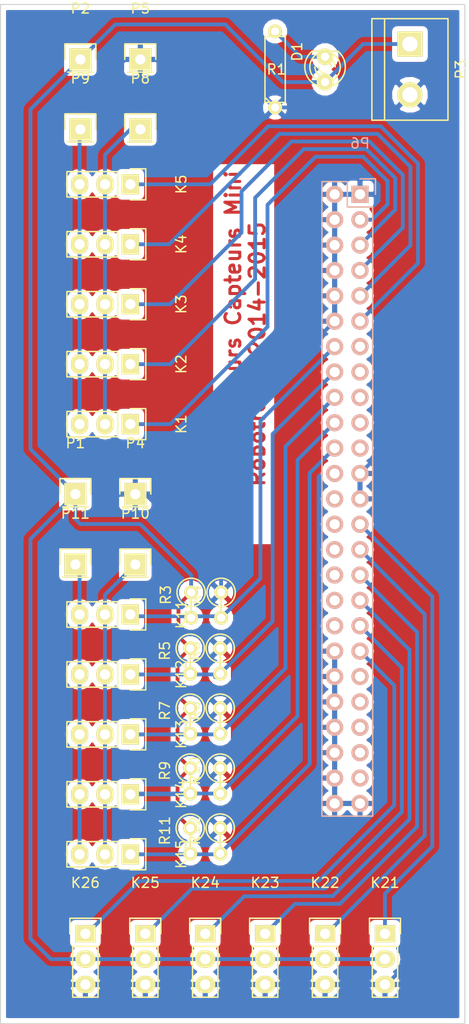
<source format=kicad_pcb>
(kicad_pcb (version 4) (host pcbnew "(2015-03-14 BZR 5512)-product")
  (layers (0 F.Cu signal) (31 B.Cu signal) (34 B.Paste user) (35 F.Paste user) (36 B.SilkS user) (37 F.SilkS user) (38 B.Mask user) (39 F.Mask user) (44 Edge.Cuts user))
  (net 0 "")
  (net 1 "Net-(D1-Pad2)")
  (net 2 ADC1)
  (net 3 PWR_ADC_1)
  (net 4 PWR_ADC_2)
  (net 5 ADC2)
  (net 6 ADC3)
  (net 7 ADC4)
  (net 8 ADC5)
  (net 9 ADC6)
  (net 10 ADC7)
  (net 11 ADC8)
  (net 12 ADC9)
  (net 13 ADC10)
  (net 14 IO1)
  (net 15 PWR_IO_1)
  (net 16 PWR_IO_2)
  (net 17 IO2)
  (net 18 IO3)
  (net 19 IO4)
  (net 20 IO5)
  (net 21 IO6)
  (net 22 IO7)
  (net 23 IO8)
  (net 24 IO9)
  (net 25 IO10)
  (net 26 PWM1)
  (net 27 PWM2)
  (net 28 PWM3)
  (net 29 PWM4)
  (net 30 PWM5)
  (net 31 PWM6)
  (net 32 PWM7)
  (net 33 PWM8)
  (net 34 PWM9)
  (net 35 IO11)
  (net 36 IO12)
  (net 37 PWM10)
  (net 38 PWM11)
  (net 39 PWR_ADC_3)
  (net 40 PWR_IO_4)
  (module LEDs:LED-3MM (layer F.Cu) (at 182.5 46 90)
    (fp_text reference D1 (at 1.778 -2.794 90) (layer F.SilkS))
    (fp_text value LED)
    (pad 1 thru_hole circle (at -1.27 0 90) (size 1.6764 1.6764) (drill 0.8128) (layers *.Cu *.Mask F.SilkS) (net 39 PWR_ADC_3))
    (pad 2 thru_hole circle (at 1.27 0 90) (size 1.6764 1.6764) (drill 0.8128) (layers *.Cu *.Mask F.SilkS) (net 1 "Net-(D1-Pad2)"))
  )
  (module Pin_Headers:Pin_Header_Straight_1x03 (layer F.Cu) (at 163 81.5 270)
    (fp_text reference K1 (at 0 -5.1 270) (layer F.SilkS))
    (fp_text value CONN_3)
    (pad 1 thru_hole rect (at 0 0 270) (size 2.032 1.7272) (drill 1.016) (layers *.Cu *.Mask F.SilkS) (net 2 ADC1))
    (pad 2 thru_hole oval (at 0 2.54 270) (size 2.032 1.7272) (drill 1.016) (layers *.Cu *.Mask F.SilkS) (net 3 PWR_ADC_1))
    (pad 3 thru_hole oval (at 0 5.08 270) (size 2.032 1.7272) (drill 1.016) (layers *.Cu *.Mask F.SilkS) (net 4 PWR_ADC_2))
  )
  (module Pin_Headers:Pin_Header_Straight_1x03 (layer F.Cu) (at 163 75.5 270)
    (fp_text reference K2 (at 0 -5.1 270) (layer F.SilkS))
    (fp_text value CONN_3)
    (pad 1 thru_hole rect (at 0 0 270) (size 2.032 1.7272) (drill 1.016) (layers *.Cu *.Mask F.SilkS) (net 5 ADC2))
    (pad 2 thru_hole oval (at 0 2.54 270) (size 2.032 1.7272) (drill 1.016) (layers *.Cu *.Mask F.SilkS) (net 3 PWR_ADC_1))
    (pad 3 thru_hole oval (at 0 5.08 270) (size 2.032 1.7272) (drill 1.016) (layers *.Cu *.Mask F.SilkS) (net 4 PWR_ADC_2))
  )
  (module Pin_Headers:Pin_Header_Straight_1x03 (layer F.Cu) (at 163 69.5 270)
    (fp_text reference K3 (at 0 -5.1 270) (layer F.SilkS))
    (fp_text value CONN_3)
    (pad 1 thru_hole rect (at 0 0 270) (size 2.032 1.7272) (drill 1.016) (layers *.Cu *.Mask F.SilkS) (net 6 ADC3))
    (pad 2 thru_hole oval (at 0 2.54 270) (size 2.032 1.7272) (drill 1.016) (layers *.Cu *.Mask F.SilkS) (net 3 PWR_ADC_1))
    (pad 3 thru_hole oval (at 0 5.08 270) (size 2.032 1.7272) (drill 1.016) (layers *.Cu *.Mask F.SilkS) (net 4 PWR_ADC_2))
  )
  (module Pin_Headers:Pin_Header_Straight_1x03 (layer F.Cu) (at 163 63.5 270)
    (fp_text reference K4 (at 0 -5.1 270) (layer F.SilkS))
    (fp_text value CONN_3)
    (pad 1 thru_hole rect (at 0 0 270) (size 2.032 1.7272) (drill 1.016) (layers *.Cu *.Mask F.SilkS) (net 7 ADC4))
    (pad 2 thru_hole oval (at 0 2.54 270) (size 2.032 1.7272) (drill 1.016) (layers *.Cu *.Mask F.SilkS) (net 3 PWR_ADC_1))
    (pad 3 thru_hole oval (at 0 5.08 270) (size 2.032 1.7272) (drill 1.016) (layers *.Cu *.Mask F.SilkS) (net 4 PWR_ADC_2))
  )
  (module Pin_Headers:Pin_Header_Straight_1x03 (layer F.Cu) (at 163 57.5 270)
    (fp_text reference K5 (at 0 -5.1 270) (layer F.SilkS))
    (fp_text value CONN_3)
    (pad 1 thru_hole rect (at 0 0 270) (size 2.032 1.7272) (drill 1.016) (layers *.Cu *.Mask F.SilkS) (net 8 ADC5))
    (pad 2 thru_hole oval (at 0 2.54 270) (size 2.032 1.7272) (drill 1.016) (layers *.Cu *.Mask F.SilkS) (net 3 PWR_ADC_1))
    (pad 3 thru_hole oval (at 0 5.08 270) (size 2.032 1.7272) (drill 1.016) (layers *.Cu *.Mask F.SilkS) (net 4 PWR_ADC_2))
  )
  (module Pin_Headers:Pin_Header_Straight_1x03 (layer F.Cu) (at 163 100.55 270)
    (fp_text reference K11 (at 0 -5.1 270) (layer F.SilkS))
    (fp_text value CONN_3)
    (pad 1 thru_hole rect (at 0 0 270) (size 2.032 1.7272) (drill 1.016) (layers *.Cu *.Mask F.SilkS) (net 14 IO1))
    (pad 2 thru_hole oval (at 0 2.54 270) (size 2.032 1.7272) (drill 1.016) (layers *.Cu *.Mask F.SilkS) (net 15 PWR_IO_1))
    (pad 3 thru_hole oval (at 0 5.08 270) (size 2.032 1.7272) (drill 1.016) (layers *.Cu *.Mask F.SilkS) (net 16 PWR_IO_2))
  )
  (module Pin_Headers:Pin_Header_Straight_1x03 (layer F.Cu) (at 163 106.55 270)
    (fp_text reference K12 (at 0 -5.1 270) (layer F.SilkS))
    (fp_text value CONN_3)
    (pad 1 thru_hole rect (at 0 0 270) (size 2.032 1.7272) (drill 1.016) (layers *.Cu *.Mask F.SilkS) (net 17 IO2))
    (pad 2 thru_hole oval (at 0 2.54 270) (size 2.032 1.7272) (drill 1.016) (layers *.Cu *.Mask F.SilkS) (net 15 PWR_IO_1))
    (pad 3 thru_hole oval (at 0 5.08 270) (size 2.032 1.7272) (drill 1.016) (layers *.Cu *.Mask F.SilkS) (net 16 PWR_IO_2))
  )
  (module Pin_Headers:Pin_Header_Straight_1x03 (layer F.Cu) (at 163 112.55 270)
    (fp_text reference K13 (at 0 -5.1 270) (layer F.SilkS))
    (fp_text value CONN_3)
    (pad 1 thru_hole rect (at 0 0 270) (size 2.032 1.7272) (drill 1.016) (layers *.Cu *.Mask F.SilkS) (net 18 IO3))
    (pad 2 thru_hole oval (at 0 2.54 270) (size 2.032 1.7272) (drill 1.016) (layers *.Cu *.Mask F.SilkS) (net 15 PWR_IO_1))
    (pad 3 thru_hole oval (at 0 5.08 270) (size 2.032 1.7272) (drill 1.016) (layers *.Cu *.Mask F.SilkS) (net 16 PWR_IO_2))
  )
  (module Pin_Headers:Pin_Header_Straight_1x03 (layer F.Cu) (at 163 118.55 270)
    (fp_text reference K14 (at 0 -5.1 270) (layer F.SilkS))
    (fp_text value CONN_3)
    (pad 1 thru_hole rect (at 0 0 270) (size 2.032 1.7272) (drill 1.016) (layers *.Cu *.Mask F.SilkS) (net 19 IO4))
    (pad 2 thru_hole oval (at 0 2.54 270) (size 2.032 1.7272) (drill 1.016) (layers *.Cu *.Mask F.SilkS) (net 15 PWR_IO_1))
    (pad 3 thru_hole oval (at 0 5.08 270) (size 2.032 1.7272) (drill 1.016) (layers *.Cu *.Mask F.SilkS) (net 16 PWR_IO_2))
  )
  (module Pin_Headers:Pin_Header_Straight_1x03 (layer F.Cu) (at 163 124.55 270)
    (fp_text reference K15 (at 0 -5.1 270) (layer F.SilkS))
    (fp_text value CONN_3)
    (pad 1 thru_hole rect (at 0 0 270) (size 2.032 1.7272) (drill 1.016) (layers *.Cu *.Mask F.SilkS) (net 20 IO5))
    (pad 2 thru_hole oval (at 0 2.54 270) (size 2.032 1.7272) (drill 1.016) (layers *.Cu *.Mask F.SilkS) (net 15 PWR_IO_1))
    (pad 3 thru_hole oval (at 0 5.08 270) (size 2.032 1.7272) (drill 1.016) (layers *.Cu *.Mask F.SilkS) (net 16 PWR_IO_2))
  )
  (module Pin_Headers:Pin_Header_Straight_1x03 (layer F.Cu) (at 188.5 132.5)
    (fp_text reference K21 (at 0 -5.1) (layer F.SilkS))
    (fp_text value CONN_3)
    (pad 1 thru_hole rect (at 0 0) (size 2.032 1.7272) (drill 1.016) (layers *.Cu *.Mask F.SilkS) (net 26 PWM1))
    (pad 2 thru_hole oval (at 0 2.54) (size 2.032 1.7272) (drill 1.016) (layers *.Cu *.Mask F.SilkS) (net 39 PWR_ADC_3))
    (pad 3 thru_hole oval (at 0 5.08) (size 2.032 1.7272) (drill 1.016) (layers *.Cu *.Mask F.SilkS) (net 40 PWR_IO_4))
  )
  (module Pin_Headers:Pin_Header_Straight_1x03 (layer F.Cu) (at 182.5 132.5)
    (fp_text reference K22 (at 0 -5.1) (layer F.SilkS))
    (fp_text value CONN_3)
    (pad 1 thru_hole rect (at 0 0) (size 2.032 1.7272) (drill 1.016) (layers *.Cu *.Mask F.SilkS) (net 27 PWM2))
    (pad 2 thru_hole oval (at 0 2.54) (size 2.032 1.7272) (drill 1.016) (layers *.Cu *.Mask F.SilkS) (net 39 PWR_ADC_3))
    (pad 3 thru_hole oval (at 0 5.08) (size 2.032 1.7272) (drill 1.016) (layers *.Cu *.Mask F.SilkS) (net 40 PWR_IO_4))
  )
  (module Pin_Headers:Pin_Header_Straight_1x03 (layer F.Cu) (at 176.5 132.5)
    (fp_text reference K23 (at 0 -5.1) (layer F.SilkS))
    (fp_text value CONN_3)
    (pad 1 thru_hole rect (at 0 0) (size 2.032 1.7272) (drill 1.016) (layers *.Cu *.Mask F.SilkS) (net 28 PWM3))
    (pad 2 thru_hole oval (at 0 2.54) (size 2.032 1.7272) (drill 1.016) (layers *.Cu *.Mask F.SilkS) (net 39 PWR_ADC_3))
    (pad 3 thru_hole oval (at 0 5.08) (size 2.032 1.7272) (drill 1.016) (layers *.Cu *.Mask F.SilkS) (net 40 PWR_IO_4))
  )
  (module Pin_Headers:Pin_Header_Straight_1x03 (layer F.Cu) (at 170.5 132.5)
    (fp_text reference K24 (at 0 -5.1) (layer F.SilkS))
    (fp_text value CONN_3)
    (pad 1 thru_hole rect (at 0 0) (size 2.032 1.7272) (drill 1.016) (layers *.Cu *.Mask F.SilkS) (net 29 PWM4))
    (pad 2 thru_hole oval (at 0 2.54) (size 2.032 1.7272) (drill 1.016) (layers *.Cu *.Mask F.SilkS) (net 39 PWR_ADC_3))
    (pad 3 thru_hole oval (at 0 5.08) (size 2.032 1.7272) (drill 1.016) (layers *.Cu *.Mask F.SilkS) (net 40 PWR_IO_4))
  )
  (module Pin_Headers:Pin_Header_Straight_1x03 (layer F.Cu) (at 164.5 132.5)
    (fp_text reference K25 (at 0 -5.1) (layer F.SilkS))
    (fp_text value CONN_3)
    (pad 1 thru_hole rect (at 0 0) (size 2.032 1.7272) (drill 1.016) (layers *.Cu *.Mask F.SilkS) (net 30 PWM5))
    (pad 2 thru_hole oval (at 0 2.54) (size 2.032 1.7272) (drill 1.016) (layers *.Cu *.Mask F.SilkS) (net 39 PWR_ADC_3))
    (pad 3 thru_hole oval (at 0 5.08) (size 2.032 1.7272) (drill 1.016) (layers *.Cu *.Mask F.SilkS) (net 40 PWR_IO_4))
  )
  (module Pin_Headers:Pin_Header_Straight_1x03 (layer F.Cu) (at 158.5 132.5)
    (fp_text reference K26 (at 0 -5.1) (layer F.SilkS))
    (fp_text value CONN_3)
    (pad 1 thru_hole rect (at 0 0) (size 2.032 1.7272) (drill 1.016) (layers *.Cu *.Mask F.SilkS) (net 31 PWM6))
    (pad 2 thru_hole oval (at 0 2.54) (size 2.032 1.7272) (drill 1.016) (layers *.Cu *.Mask F.SilkS) (net 39 PWR_ADC_3))
    (pad 3 thru_hole oval (at 0 5.08) (size 2.032 1.7272) (drill 1.016) (layers *.Cu *.Mask F.SilkS) (net 40 PWR_IO_4))
  )
  (module Pin_Headers:Pin_Header_Straight_1x01 (layer F.Cu) (at 157.5 88.5)
    (fp_text reference P1 (at 0 -5.1) (layer F.SilkS))
    (fp_text value CONN_1)
    (pad 1 thru_hole rect (at 0 0) (size 2.2352 2.2352) (drill 1.016) (layers *.Cu *.Mask F.SilkS) (net 39 PWR_ADC_3))
  )
  (module Pin_Headers:Pin_Header_Straight_1x01 (layer F.Cu) (at 158 45)
    (fp_text reference P2 (at 0 -5.1) (layer F.SilkS))
    (fp_text value CONN_1)
    (pad 1 thru_hole rect (at 0 0) (size 2.2352 2.2352) (drill 1.016) (layers *.Cu *.Mask F.SilkS) (net 39 PWR_ADC_3))
  )
  (module Connect:bornier2 (layer F.Cu) (at 191 46 270)
    (fp_text reference P3 (at 0 -5.08 270) (layer F.SilkS))
    (fp_text value CONN_2)
    (pad 1 thru_hole rect (at -2.54 0 270) (size 2.54 2.54) (drill 1.524) (layers *.Cu *.Mask F.SilkS) (net 39 PWR_ADC_3))
    (pad 2 thru_hole circle (at 2.54 0 270) (size 2.54 2.54) (drill 1.524) (layers *.Cu *.Mask F.SilkS) (net 40 PWR_IO_4))
  )
  (module Pin_Headers:Pin_Header_Straight_1x01 (layer F.Cu) (at 163.5 88.5)
    (fp_text reference P4 (at 0 -5.1) (layer F.SilkS))
    (fp_text value CONN_1)
    (pad 1 thru_hole rect (at 0 0) (size 2.2352 2.2352) (drill 1.016) (layers *.Cu *.Mask F.SilkS) (net 40 PWR_IO_4))
  )
  (module Pin_Headers:Pin_Header_Straight_1x01 (layer F.Cu) (at 164 45)
    (fp_text reference P5 (at 0 -5.1) (layer F.SilkS))
    (fp_text value CONN_1)
    (pad 1 thru_hole rect (at 0 0) (size 2.2352 2.2352) (drill 1.016) (layers *.Cu *.Mask F.SilkS) (net 40 PWR_IO_4))
  )
  (module Pin_Headers:Pin_Header_Straight_2x25 (layer B.Cu) (at 186 58.5 180)
    (fp_text reference P6 (at 0 5.1 180) (layer B.SilkS) (effects (justify mirror)))
    (fp_text value CONN_25X2)
    (pad 1 thru_hole rect (at 0 0 180) (size 1.7272 1.7272) (drill 1.016) (layers *.Cu *.Mask B.SilkS) (net 40 PWR_IO_4))
    (pad 2 thru_hole oval (at 2.54 0 180) (size 1.7272 1.7272) (drill 1.016) (layers *.Cu *.Mask B.SilkS) (net 40 PWR_IO_4))
    (pad 3 thru_hole oval (at 0 -2.54 180) (size 1.7272 1.7272) (drill 1.016) (layers *.Cu *.Mask B.SilkS) (net 2 ADC1))
    (pad 4 thru_hole oval (at 2.54 -2.54 180) (size 1.7272 1.7272) (drill 1.016) (layers *.Cu *.Mask B.SilkS) (net 40 PWR_IO_4))
    (pad 5 thru_hole oval (at 0 -5.08 180) (size 1.7272 1.7272) (drill 1.016) (layers *.Cu *.Mask B.SilkS) (net 5 ADC2))
    (pad 6 thru_hole oval (at 2.54 -5.08 180) (size 1.7272 1.7272) (drill 1.016) (layers *.Cu *.Mask B.SilkS) (net 40 PWR_IO_4))
    (pad 7 thru_hole oval (at 0 -7.62 180) (size 1.7272 1.7272) (drill 1.016) (layers *.Cu *.Mask B.SilkS) (net 6 ADC3))
    (pad 8 thru_hole oval (at 2.54 -7.62 180) (size 1.7272 1.7272) (drill 1.016) (layers *.Cu *.Mask B.SilkS) (net 40 PWR_IO_4))
    (pad 9 thru_hole oval (at 0 -10.16 180) (size 1.7272 1.7272) (drill 1.016) (layers *.Cu *.Mask B.SilkS) (net 7 ADC4))
    (pad 10 thru_hole oval (at 2.54 -10.16 180) (size 1.7272 1.7272) (drill 1.016) (layers *.Cu *.Mask B.SilkS) (net 40 PWR_IO_4))
    (pad 11 thru_hole oval (at 0 -12.7 180) (size 1.7272 1.7272) (drill 1.016) (layers *.Cu *.Mask B.SilkS) (net 8 ADC5))
    (pad 12 thru_hole oval (at 2.54 -12.7 180) (size 1.7272 1.7272) (drill 1.016) (layers *.Cu *.Mask B.SilkS) (net 40 PWR_IO_4))
    (pad 13 thru_hole oval (at 0 -15.24 180) (size 1.7272 1.7272) (drill 1.016) (layers *.Cu *.Mask B.SilkS) (net 9 ADC6))
    (pad 14 thru_hole oval (at 2.54 -15.24 180) (size 1.7272 1.7272) (drill 1.016) (layers *.Cu *.Mask B.SilkS) (net 14 IO1))
    (pad 15 thru_hole oval (at 0 -17.78 180) (size 1.7272 1.7272) (drill 1.016) (layers *.Cu *.Mask B.SilkS) (net 10 ADC7))
    (pad 16 thru_hole oval (at 2.54 -17.78 180) (size 1.7272 1.7272) (drill 1.016) (layers *.Cu *.Mask B.SilkS) (net 17 IO2))
    (pad 17 thru_hole oval (at 0 -20.32 180) (size 1.7272 1.7272) (drill 1.016) (layers *.Cu *.Mask B.SilkS) (net 11 ADC8))
    (pad 18 thru_hole oval (at 2.54 -20.32 180) (size 1.7272 1.7272) (drill 1.016) (layers *.Cu *.Mask B.SilkS) (net 18 IO3))
    (pad 19 thru_hole oval (at 0 -22.86 180) (size 1.7272 1.7272) (drill 1.016) (layers *.Cu *.Mask B.SilkS) (net 12 ADC9))
    (pad 20 thru_hole oval (at 2.54 -22.86 180) (size 1.7272 1.7272) (drill 1.016) (layers *.Cu *.Mask B.SilkS) (net 19 IO4))
    (pad 21 thru_hole oval (at 0 -25.4 180) (size 1.7272 1.7272) (drill 1.016) (layers *.Cu *.Mask B.SilkS) (net 13 ADC10))
    (pad 22 thru_hole oval (at 2.54 -25.4 180) (size 1.7272 1.7272) (drill 1.016) (layers *.Cu *.Mask B.SilkS) (net 20 IO5))
    (pad 23 thru_hole oval (at 0 -27.94 180) (size 1.7272 1.7272) (drill 1.016) (layers *.Cu *.Mask B.SilkS) (net 40 PWR_IO_4))
    (pad 24 thru_hole oval (at 2.54 -27.94 180) (size 1.7272 1.7272) (drill 1.016) (layers *.Cu *.Mask B.SilkS) (net 21 IO6))
    (pad 25 thru_hole oval (at 0 -30.48 180) (size 1.7272 1.7272) (drill 1.016) (layers *.Cu *.Mask B.SilkS) (net 40 PWR_IO_4))
    (pad 26 thru_hole oval (at 2.54 -30.48 180) (size 1.7272 1.7272) (drill 1.016) (layers *.Cu *.Mask B.SilkS) (net 22 IO7))
    (pad 27 thru_hole oval (at 0 -33.02 180) (size 1.7272 1.7272) (drill 1.016) (layers *.Cu *.Mask B.SilkS) (net 26 PWM1))
    (pad 28 thru_hole oval (at 2.54 -33.02 180) (size 1.7272 1.7272) (drill 1.016) (layers *.Cu *.Mask B.SilkS) (net 23 IO8))
    (pad 29 thru_hole oval (at 0 -35.56 180) (size 1.7272 1.7272) (drill 1.016) (layers *.Cu *.Mask B.SilkS) (net 27 PWM2))
    (pad 30 thru_hole oval (at 2.54 -35.56 180) (size 1.7272 1.7272) (drill 1.016) (layers *.Cu *.Mask B.SilkS) (net 24 IO9))
    (pad 31 thru_hole oval (at 0 -38.1 180) (size 1.7272 1.7272) (drill 1.016) (layers *.Cu *.Mask B.SilkS) (net 28 PWM3))
    (pad 32 thru_hole oval (at 2.54 -38.1 180) (size 1.7272 1.7272) (drill 1.016) (layers *.Cu *.Mask B.SilkS) (net 25 IO10))
    (pad 33 thru_hole oval (at 0 -40.64 180) (size 1.7272 1.7272) (drill 1.016) (layers *.Cu *.Mask B.SilkS) (net 29 PWM4))
    (pad 34 thru_hole oval (at 2.54 -40.64 180) (size 1.7272 1.7272) (drill 1.016) (layers *.Cu *.Mask B.SilkS) (net 35 IO11))
    (pad 35 thru_hole oval (at 0 -43.18 180) (size 1.7272 1.7272) (drill 1.016) (layers *.Cu *.Mask B.SilkS) (net 30 PWM5))
    (pad 36 thru_hole oval (at 2.54 -43.18 180) (size 1.7272 1.7272) (drill 1.016) (layers *.Cu *.Mask B.SilkS) (net 36 IO12))
    (pad 37 thru_hole oval (at 0 -45.72 180) (size 1.7272 1.7272) (drill 1.016) (layers *.Cu *.Mask B.SilkS) (net 31 PWM6))
    (pad 38 thru_hole oval (at 2.54 -45.72 180) (size 1.7272 1.7272) (drill 1.016) (layers *.Cu *.Mask B.SilkS) (net 40 PWR_IO_4))
    (pad 39 thru_hole oval (at 0 -48.26 180) (size 1.7272 1.7272) (drill 1.016) (layers *.Cu *.Mask B.SilkS) (net 32 PWM7))
    (pad 40 thru_hole oval (at 2.54 -48.26 180) (size 1.7272 1.7272) (drill 1.016) (layers *.Cu *.Mask B.SilkS) (net 40 PWR_IO_4))
    (pad 41 thru_hole oval (at 0 -50.8 180) (size 1.7272 1.7272) (drill 1.016) (layers *.Cu *.Mask B.SilkS) (net 33 PWM8))
    (pad 42 thru_hole oval (at 2.54 -50.8 180) (size 1.7272 1.7272) (drill 1.016) (layers *.Cu *.Mask B.SilkS) (net 40 PWR_IO_4))
    (pad 43 thru_hole oval (at 0 -53.34 180) (size 1.7272 1.7272) (drill 1.016) (layers *.Cu *.Mask B.SilkS) (net 34 PWM9))
    (pad 44 thru_hole oval (at 2.54 -53.34 180) (size 1.7272 1.7272) (drill 1.016) (layers *.Cu *.Mask B.SilkS) (net 40 PWR_IO_4))
    (pad 45 thru_hole oval (at 0 -55.88 180) (size 1.7272 1.7272) (drill 1.016) (layers *.Cu *.Mask B.SilkS) (net 37 PWM10))
    (pad 46 thru_hole oval (at 2.54 -55.88 180) (size 1.7272 1.7272) (drill 1.016) (layers *.Cu *.Mask B.SilkS) (net 40 PWR_IO_4))
    (pad 47 thru_hole oval (at 0 -58.42 180) (size 1.7272 1.7272) (drill 1.016) (layers *.Cu *.Mask B.SilkS) (net 38 PWM11))
    (pad 48 thru_hole oval (at 2.54 -58.42 180) (size 1.7272 1.7272) (drill 1.016) (layers *.Cu *.Mask B.SilkS) (net 40 PWR_IO_4))
    (pad 49 thru_hole oval (at 0 -60.96 180) (size 1.7272 1.7272) (drill 1.016) (layers *.Cu *.Mask B.SilkS) (net 40 PWR_IO_4))
    (pad 50 thru_hole oval (at 2.54 -60.96 180) (size 1.7272 1.7272) (drill 1.016) (layers *.Cu *.Mask B.SilkS) (net 40 PWR_IO_4))
  )
  (module Pin_Headers:Pin_Header_Straight_1x01 (layer F.Cu) (at 164 52)
    (fp_text reference P8 (at 0 -5.1) (layer F.SilkS))
    (fp_text value CONN_1)
    (pad 1 thru_hole rect (at 0 0) (size 2.2352 2.2352) (drill 1.016) (layers *.Cu *.Mask F.SilkS) (net 3 PWR_ADC_1))
  )
  (module Pin_Headers:Pin_Header_Straight_1x01 (layer F.Cu) (at 163.5 95.55)
    (fp_text reference P10 (at 0 -5.1) (layer F.SilkS))
    (fp_text value CONN_1)
    (pad 1 thru_hole rect (at 0 0) (size 2.2352 2.2352) (drill 1.016) (layers *.Cu *.Mask F.SilkS) (net 15 PWR_IO_1))
  )
  (module Pin_Headers:Pin_Header_Straight_1x01 (layer F.Cu) (at 157.5 95.55)
    (fp_text reference P11 (at 0 -5.1) (layer F.SilkS))
    (fp_text value CONN_1)
    (pad 1 thru_hole rect (at 0 0) (size 2.2352 2.2352) (drill 1.016) (layers *.Cu *.Mask F.SilkS) (net 16 PWR_IO_2))
  )
  (module Discret:R1 (layer F.Cu) (at 169.09 99.61 270)
    (fp_text reference R3 (at -1.016 2.54 270) (layer F.SilkS))
    (fp_text value R)
    (pad 1 thru_hole circle (at -1.27 0 270) (size 1.397 1.397) (drill 0.8128) (layers *.Cu *.Mask F.SilkS) (net 39 PWR_ADC_3))
    (pad 2 thru_hole circle (at 1.27 0 270) (size 1.397 1.397) (drill 0.8128) (layers *.Cu *.Mask F.SilkS) (net 14 IO1))
  )
  (module Discret:R1 (layer F.Cu) (at 172.09 99.61 270)
    (fp_text reference R4 (at -1.016 2.54 270) (layer F.SilkS))
    (fp_text value R)
    (pad 1 thru_hole circle (at -1.27 0 270) (size 1.397 1.397) (drill 0.8128) (layers *.Cu *.Mask F.SilkS) (net 40 PWR_IO_4))
    (pad 2 thru_hole circle (at 1.27 0 270) (size 1.397 1.397) (drill 0.8128) (layers *.Cu *.Mask F.SilkS) (net 14 IO1))
  )
  (module Discret:R1 (layer F.Cu) (at 169 105.2 270)
    (fp_text reference R5 (at -1.016 2.54 270) (layer F.SilkS))
    (fp_text value R)
    (pad 1 thru_hole circle (at -1.27 0 270) (size 1.397 1.397) (drill 0.8128) (layers *.Cu *.Mask F.SilkS) (net 39 PWR_ADC_3))
    (pad 2 thru_hole circle (at 1.27 0 270) (size 1.397 1.397) (drill 0.8128) (layers *.Cu *.Mask F.SilkS) (net 17 IO2))
  )
  (module Discret:R1 (layer F.Cu) (at 172 105.2 270)
    (fp_text reference R6 (at -1.016 2.54 270) (layer F.SilkS))
    (fp_text value R)
    (pad 1 thru_hole circle (at -1.27 0 270) (size 1.397 1.397) (drill 0.8128) (layers *.Cu *.Mask F.SilkS) (net 40 PWR_IO_4))
    (pad 2 thru_hole circle (at 1.27 0 270) (size 1.397 1.397) (drill 0.8128) (layers *.Cu *.Mask F.SilkS) (net 17 IO2))
  )
  (module Discret:R1 (layer F.Cu) (at 169 111.2 270)
    (fp_text reference R7 (at -1.016 2.54 270) (layer F.SilkS))
    (fp_text value R)
    (pad 1 thru_hole circle (at -1.27 0 270) (size 1.397 1.397) (drill 0.8128) (layers *.Cu *.Mask F.SilkS) (net 39 PWR_ADC_3))
    (pad 2 thru_hole circle (at 1.27 0 270) (size 1.397 1.397) (drill 0.8128) (layers *.Cu *.Mask F.SilkS) (net 18 IO3))
  )
  (module Discret:R1 (layer F.Cu) (at 172 111.2 270)
    (fp_text reference R8 (at -1.016 2.54 270) (layer F.SilkS))
    (fp_text value R)
    (pad 1 thru_hole circle (at -1.27 0 270) (size 1.397 1.397) (drill 0.8128) (layers *.Cu *.Mask F.SilkS) (net 40 PWR_IO_4))
    (pad 2 thru_hole circle (at 1.27 0 270) (size 1.397 1.397) (drill 0.8128) (layers *.Cu *.Mask F.SilkS) (net 18 IO3))
  )
  (module Discret:R1 (layer F.Cu) (at 169 117.2 270)
    (fp_text reference R9 (at -1.016 2.54 270) (layer F.SilkS))
    (fp_text value R)
    (pad 1 thru_hole circle (at -1.27 0 270) (size 1.397 1.397) (drill 0.8128) (layers *.Cu *.Mask F.SilkS) (net 39 PWR_ADC_3))
    (pad 2 thru_hole circle (at 1.27 0 270) (size 1.397 1.397) (drill 0.8128) (layers *.Cu *.Mask F.SilkS) (net 19 IO4))
  )
  (module Discret:R1 (layer F.Cu) (at 172 117.2 270)
    (fp_text reference R10 (at -1.016 2.54 270) (layer F.SilkS))
    (fp_text value R)
    (pad 1 thru_hole circle (at -1.27 0 270) (size 1.397 1.397) (drill 0.8128) (layers *.Cu *.Mask F.SilkS) (net 40 PWR_IO_4))
    (pad 2 thru_hole circle (at 1.27 0 270) (size 1.397 1.397) (drill 0.8128) (layers *.Cu *.Mask F.SilkS) (net 19 IO4))
  )
  (module Discret:R1 (layer F.Cu) (at 169 123.2 270)
    (fp_text reference R11 (at -1.016 2.54 270) (layer F.SilkS))
    (fp_text value R)
    (pad 1 thru_hole circle (at -1.27 0 270) (size 1.397 1.397) (drill 0.8128) (layers *.Cu *.Mask F.SilkS) (net 39 PWR_ADC_3))
    (pad 2 thru_hole circle (at 1.27 0 270) (size 1.397 1.397) (drill 0.8128) (layers *.Cu *.Mask F.SilkS) (net 20 IO5))
  )
  (module Discret:R1 (layer F.Cu) (at 172 123.2 270)
    (fp_text reference R12 (at -1.016 2.54 270) (layer F.SilkS))
    (fp_text value R)
    (pad 1 thru_hole circle (at -1.27 0 270) (size 1.397 1.397) (drill 0.8128) (layers *.Cu *.Mask F.SilkS) (net 40 PWR_IO_4))
    (pad 2 thru_hole circle (at 1.27 0 270) (size 1.397 1.397) (drill 0.8128) (layers *.Cu *.Mask F.SilkS) (net 20 IO5))
  )
  (module Discret:R3 (layer F.Cu) (at 177.5 46 90)
    (fp_text reference R1 (at 0 0.127 180) (layer F.SilkS))
    (fp_text value R)
    (pad 1 thru_hole circle (at -3.81 0 90) (size 1.397 1.397) (drill 0.8128) (layers *.Cu *.Mask F.SilkS) (net 40 PWR_IO_4))
    (pad 2 thru_hole circle (at 3.81 0 90) (size 1.397 1.397) (drill 0.8128) (layers *.Cu *.Mask F.SilkS) (net 1 "Net-(D1-Pad2)"))
  )
  (module Pin_Headers:Pin_Header_Straight_1x01 (layer F.Cu) (at 158 52)
    (fp_text reference P9 (at 0 -5.1) (layer F.SilkS))
    (fp_text value CONN_1)
    (pad 1 thru_hole rect (at 0 0) (size 2.2352 2.2352) (drill 1.016) (layers *.Cu *.Mask F.SilkS) (net 4 PWR_ADC_2))
  )
  (gr_line (start 150 141.5) (end 196.5 141.5) (angle 90) (layer Edge.Cuts) (width 0.1))
  (gr_line (start 150 39.5) (end 150 141.5) (angle 90) (layer Edge.Cuts) (width 0.1))
  (gr_line (start 150 39.5) (end 196.5 39.5) (angle 90) (layer Edge.Cuts) (width 0.1))
  (gr_line (start 150.5 39.5) (end 150 39.5) (angle 90) (layer Edge.Cuts) (width 0.1))
  (gr_text "Carte Actionneurs Capteurs Mini\nRobotronik 2014-2015" (at 174.5 74.5 90) (layer F.Cu) (effects (font (size 1.5 1.5) (thickness 0.3))))
  (gr_line (start 196.5 39.5) (end 196.5 141.5) (angle 90) (layer Edge.Cuts) (width 0.1))
  (segment (start 180.04 44.73) (end 177.5 42.19) (width 0.381) (layer B.Cu) (net 1))
  (segment (start 182.5 44.73) (end 180.04 44.73) (width 0.381) (layer B.Cu) (net 1))
  (segment (start 186 61.04) (end 187.221314 61.04) (width 0.381) (layer B.Cu) (net 2))
  (segment (start 187.221314 61.04) (end 188.76201 59.499304) (width 0.381) (layer B.Cu) (net 2))
  (segment (start 188.76201 59.499304) (end 188.76201 57.184366) (width 0.381) (layer B.Cu) (net 2))
  (segment (start 188.76201 57.184366) (end 186.315634 54.73799) (width 0.381) (layer B.Cu) (net 2))
  (segment (start 186.315634 54.73799) (end 181.54619 54.73799) (width 0.381) (layer B.Cu) (net 2))
  (segment (start 181.54619 54.73799) (end 176.737992 59.546188) (width 0.381) (layer B.Cu) (net 2))
  (segment (start 176.737992 59.546188) (end 176.737992 71.762008) (width 0.381) (layer B.Cu) (net 2))
  (segment (start 167 81.5) (end 163 81.5) (width 0.381) (layer B.Cu) (net 2))
  (segment (start 176.737992 71.762008) (end 167 81.5) (width 0.381) (layer B.Cu) (net 2))
  (segment (start 160.46 57.5) (end 160.46 63.5) (width 0.381) (layer B.Cu) (net 3))
  (segment (start 164 52) (end 163 52) (width 0.381) (layer B.Cu) (net 3))
  (segment (start 163 52) (end 160.46 54.54) (width 0.381) (layer B.Cu) (net 3))
  (segment (start 160.46 54.54) (end 160.46 57.5) (width 0.381) (layer B.Cu) (net 3))
  (segment (start 160.46 74.5) (end 160.46 80.5) (width 0.381) (layer B.Cu) (net 3))
  (segment (start 160.46 68.5) (end 160.46 74.5) (width 0.381) (layer B.Cu) (net 3))
  (segment (start 160.46 62.5) (end 160.46 68.5) (width 0.381) (layer B.Cu) (net 3))
  (segment (start 157.92 57.5) (end 157.92 52.08) (width 0.381) (layer B.Cu) (net 4))
  (segment (start 157.92 52.08) (end 158 52) (width 0.381) (layer B.Cu) (net 4))
  (segment (start 157.92 63.5) (end 157.92 57.5) (width 0.381) (layer B.Cu) (net 4))
  (segment (start 157.92 68.5) (end 157.92 62.5) (width 0.381) (layer B.Cu) (net 4))
  (segment (start 157.92 74.5) (end 157.92 68.5) (width 0.381) (layer B.Cu) (net 4))
  (segment (start 157.92 80.5) (end 157.92 74.5) (width 0.381) (layer B.Cu) (net 4))
  (segment (start 163 75.5) (end 166.984702 75.5) (width 0.381) (layer B.Cu) (net 5))
  (segment (start 175.5 66.979142) (end 175.5 58.844712) (width 0.381) (layer B.Cu) (net 5))
  (segment (start 166.984702 75.5) (end 166.984702 75.49444) (width 0.381) (layer B.Cu) (net 5))
  (segment (start 166.984702 75.49444) (end 175.5 66.979142) (width 0.381) (layer B.Cu) (net 5))
  (segment (start 175.5 58.844712) (end 180.368732 53.97598) (width 0.381) (layer B.Cu) (net 5))
  (segment (start 180.368732 53.97598) (end 186.631268 53.97598) (width 0.381) (layer B.Cu) (net 5))
  (segment (start 186.631268 53.97598) (end 189.52402 56.868732) (width 0.381) (layer B.Cu) (net 5))
  (segment (start 189.52402 56.868732) (end 189.52402 60.05598) (width 0.381) (layer B.Cu) (net 5))
  (segment (start 189.52402 60.05598) (end 186 63.58) (width 0.381) (layer B.Cu) (net 5))
  (segment (start 163 69.5) (end 166.967861 69.5) (width 0.381) (layer B.Cu) (net 6))
  (segment (start 174.138172 62.326368) (end 174.138172 58.209428) (width 0.381) (layer B.Cu) (net 6))
  (segment (start 166.967861 69.5) (end 166.967861 69.496679) (width 0.381) (layer B.Cu) (net 6))
  (segment (start 166.967861 69.496679) (end 174.138172 62.326368) (width 0.381) (layer B.Cu) (net 6))
  (segment (start 190.28603 61.83397) (end 186.863599 65.256401) (width 0.381) (layer B.Cu) (net 6))
  (segment (start 174.138172 58.209428) (end 179.13363 53.21397) (width 0.381) (layer B.Cu) (net 6))
  (segment (start 179.13363 53.21397) (end 186.946902 53.21397) (width 0.381) (layer B.Cu) (net 6))
  (segment (start 186.946902 53.21397) (end 190.28603 56.553098) (width 0.381) (layer B.Cu) (net 6))
  (segment (start 190.28603 56.553098) (end 190.28603 61.83397) (width 0.381) (layer B.Cu) (net 6))
  (segment (start 186.863599 65.256401) (end 186 66.12) (width 0.381) (layer B.Cu) (net 6))
  (segment (start 166.878327 63.5) (end 164.2446 63.5) (width 0.381) (layer B.Cu) (net 7))
  (segment (start 186 68.66) (end 191.04804 63.61196) (width 0.381) (layer B.Cu) (net 7))
  (segment (start 191.04804 63.61196) (end 191.04804 55.737464) (width 0.381) (layer B.Cu) (net 7))
  (segment (start 191.04804 55.737464) (end 187.762536 52.45196) (width 0.381) (layer B.Cu) (net 7))
  (segment (start 187.762536 52.45196) (end 177.926367 52.45196) (width 0.381) (layer B.Cu) (net 7))
  (segment (start 177.926367 52.45196) (end 166.878327 63.5) (width 0.381) (layer B.Cu) (net 7))
  (segment (start 164.2446 63.5) (end 163 63.5) (width 0.381) (layer B.Cu) (net 7))
  (segment (start 163 57.5) (end 171 57.5) (width 0.381) (layer B.Cu) (net 8))
  (segment (start 191.81005 65.38995) (end 186 71.2) (width 0.381) (layer B.Cu) (net 8))
  (segment (start 171 57.5) (end 176.81005 51.68995) (width 0.381) (layer B.Cu) (net 8))
  (segment (start 176.81005 51.68995) (end 188.07817 51.68995) (width 0.381) (layer B.Cu) (net 8))
  (segment (start 188.07817 51.68995) (end 191.81005 55.42183) (width 0.381) (layer B.Cu) (net 8))
  (segment (start 191.81005 55.42183) (end 191.81005 65.38995) (width 0.381) (layer B.Cu) (net 8))
  (segment (start 172.09 100.88) (end 176.030524 96.939476) (width 0.381) (layer B.Cu) (net 14))
  (segment (start 177.870006 79.329994) (end 183.46 73.74) (width 0.381) (layer B.Cu) (net 14))
  (segment (start 176.030524 96.939476) (end 176.030524 81.169476) (width 0.381) (layer B.Cu) (net 14))
  (segment (start 176.030524 81.169476) (end 177.870006 79.329994) (width 0.381) (layer B.Cu) (net 14))
  (segment (start 168.82 100.96) (end 169.09 101.23) (width 0.381) (layer B.Cu) (net 14))
  (segment (start 169.09 100.73) (end 163.32 100.73) (width 0.381) (layer B.Cu) (net 14))
  (segment (start 163.23 100.32) (end 163 100.55) (width 0.381) (layer B.Cu) (net 14))
  (segment (start 172.09 100.73) (end 169.09 100.73) (width 0.381) (layer B.Cu) (net 14))
  (segment (start 160.46 100.55) (end 160.46 98.59) (width 0.381) (layer B.Cu) (net 15))
  (segment (start 160.46 98.59) (end 163.5 95.55) (width 0.381) (layer B.Cu) (net 15))
  (segment (start 160.46 100.55) (end 160.46 106.55) (width 0.381) (layer B.Cu) (net 15))
  (segment (start 160.46 112.55) (end 160.46 106.55) (width 0.381) (layer B.Cu) (net 15))
  (segment (start 160.46 118.55) (end 160.46 112.55) (width 0.381) (layer B.Cu) (net 15))
  (segment (start 160.46 124.55) (end 160.46 118.55) (width 0.381) (layer B.Cu) (net 15))
  (segment (start 157.92 100.55) (end 157.92 95.97) (width 0.381) (layer B.Cu) (net 16))
  (segment (start 157.92 95.97) (end 157.5 95.55) (width 0.381) (layer B.Cu) (net 16))
  (segment (start 157.92 106.55) (end 157.92 100.55) (width 0.381) (layer B.Cu) (net 16))
  (segment (start 157.92 118.55) (end 157.92 124.55) (width 0.381) (layer B.Cu) (net 16))
  (segment (start 157.92 112.55) (end 157.92 118.55) (width 0.381) (layer B.Cu) (net 16))
  (segment (start 157.92 106.55) (end 157.92 112.55) (width 0.381) (layer B.Cu) (net 16))
  (segment (start 172 106.47) (end 177.24972 101.22028) (width 0.381) (layer B.Cu) (net 17))
  (segment (start 177.24972 101.22028) (end 177.24972 82.49028) (width 0.381) (layer B.Cu) (net 17))
  (segment (start 177.24972 82.49028) (end 182.596401 77.143599) (width 0.381) (layer B.Cu) (net 17))
  (segment (start 182.596401 77.143599) (end 183.46 76.28) (width 0.381) (layer B.Cu) (net 17))
  (segment (start 163 106.55) (end 171.92 106.55) (width 0.381) (layer B.Cu) (net 17))
  (segment (start 171.92 106.55) (end 172 106.47) (width 0.381) (layer B.Cu) (net 17))
  (segment (start 163 106.55) (end 168.73 106.55) (width 0.381) (layer B.Cu) (net 17))
  (segment (start 171.492009 106.82) (end 172 106.82) (width 0.381) (layer B.Cu) (net 17))
  (segment (start 168.73 106.55) (end 169 106.82) (width 0.381) (layer B.Cu) (net 17))
  (segment (start 172 112.47) (end 178.5405 105.9295) (width 0.381) (layer B.Cu) (net 18))
  (segment (start 178.5405 83.7395) (end 182.596401 79.683599) (width 0.381) (layer B.Cu) (net 18))
  (segment (start 178.5405 105.9295) (end 178.5405 83.7395) (width 0.381) (layer B.Cu) (net 18))
  (segment (start 182.596401 79.683599) (end 183.46 78.82) (width 0.381) (layer B.Cu) (net 18))
  (segment (start 163 112.55) (end 171.92 112.55) (width 0.381) (layer B.Cu) (net 18))
  (segment (start 171.92 112.55) (end 172 112.47) (width 0.381) (layer B.Cu) (net 18))
  (segment (start 168.73 112.55) (end 169 112.82) (width 0.381) (layer B.Cu) (net 18))
  (segment (start 163 112.55) (end 168.73 112.55) (width 0.381) (layer B.Cu) (net 18))
  (segment (start 172 118.47) (end 179.747819 110.722181) (width 0.381) (layer B.Cu) (net 19))
  (segment (start 179.747819 110.722181) (end 179.747819 85.072181) (width 0.381) (layer B.Cu) (net 19))
  (segment (start 179.747819 85.072181) (end 182.596401 82.223599) (width 0.381) (layer B.Cu) (net 19))
  (segment (start 182.596401 82.223599) (end 183.46 81.36) (width 0.381) (layer B.Cu) (net 19))
  (segment (start 172 118.47) (end 163.08 118.47) (width 0.381) (layer B.Cu) (net 19))
  (segment (start 163.08 118.47) (end 163 118.55) (width 0.381) (layer B.Cu) (net 19))
  (segment (start 168.73 118.55) (end 169 118.82) (width 0.381) (layer B.Cu) (net 19))
  (segment (start 163 118.55) (end 168.73 118.55) (width 0.381) (layer B.Cu) (net 19))
  (segment (start 183.46 83.9) (end 180.961103 86.398897) (width 0.381) (layer B.Cu) (net 20))
  (segment (start 180.961103 86.398897) (end 180.961103 115.508897) (width 0.381) (layer B.Cu) (net 20))
  (segment (start 180.961103 115.508897) (end 180.040503 116.429497) (width 0.381) (layer B.Cu) (net 20))
  (segment (start 180.040503 116.429497) (end 172 124.47) (width 0.381) (layer B.Cu) (net 20))
  (segment (start 163 124.55) (end 171.92 124.55) (width 0.381) (layer B.Cu) (net 20))
  (segment (start 171.92 124.55) (end 172 124.47) (width 0.381) (layer B.Cu) (net 20))
  (segment (start 168.73 124.55) (end 169 124.82) (width 0.381) (layer B.Cu) (net 20))
  (segment (start 163 124.55) (end 168.73 124.55) (width 0.381) (layer B.Cu) (net 20))
  (segment (start 186 91.52) (end 193.23799 98.75799) (width 0.381) (layer B.Cu) (net 26))
  (segment (start 193.23799 98.75799) (end 193.23799 123.76201) (width 0.381) (layer B.Cu) (net 26))
  (segment (start 188.5 128.5) (end 188.5 131.2554) (width 0.381) (layer B.Cu) (net 26))
  (segment (start 193.23799 123.76201) (end 188.5 128.5) (width 0.381) (layer B.Cu) (net 26))
  (segment (start 188.5 131.2554) (end 188.5 132.5) (width 0.381) (layer B.Cu) (net 26))
  (segment (start 192.47598 100.53598) (end 192.47598 119.889192) (width 0.381) (layer B.Cu) (net 27))
  (segment (start 192.47598 122.67642) (end 192.47598 119.889192) (width 0.381) (layer B.Cu) (net 27))
  (segment (start 182.5 132.5) (end 182.6524 132.5) (width 0.381) (layer B.Cu) (net 27))
  (segment (start 182.6524 132.5) (end 192.47598 122.67642) (width 0.381) (layer B.Cu) (net 27))
  (segment (start 186 94.06) (end 192.47598 100.53598) (width 0.381) (layer B.Cu) (net 27))
  (segment (start 186 96.6) (end 191.71397 102.31397) (width 0.381) (layer B.Cu) (net 28))
  (segment (start 191.71397 102.31397) (end 191.71397 121.78603) (width 0.381) (layer B.Cu) (net 28))
  (segment (start 191.71397 121.78603) (end 183.98885 129.51115) (width 0.381) (layer B.Cu) (net 28))
  (segment (start 183.98885 129.51115) (end 181.755537 129.51115) (width 0.381) (layer B.Cu) (net 28))
  (segment (start 181.755537 129.51115) (end 179.51115 129.51115) (width 0.381) (layer B.Cu) (net 28))
  (segment (start 176.5 132.5) (end 179.5 129.5) (width 0.381) (layer B.Cu) (net 28))
  (segment (start 176.5 132.5) (end 176.6524 132.5) (width 0.381) (layer B.Cu) (net 28))
  (segment (start 186 99.14) (end 190.95196 104.09196) (width 0.381) (layer B.Cu) (net 29))
  (segment (start 170.6524 132.5) (end 170.5 132.5) (width 0.381) (layer B.Cu) (net 29))
  (segment (start 190.95196 104.09196) (end 190.95196 121.04804) (width 0.381) (layer B.Cu) (net 29))
  (segment (start 190.95196 121.04804) (end 183.262008 128.737992) (width 0.381) (layer B.Cu) (net 29))
  (segment (start 174.40326 128.74914) (end 170.6524 132.5) (width 0.381) (layer B.Cu) (net 29))
  (segment (start 183.262008 128.737992) (end 179.184364 128.737992) (width 0.381) (layer B.Cu) (net 29))
  (segment (start 179.184364 128.737992) (end 179.173216 128.74914) (width 0.381) (layer B.Cu) (net 29))
  (segment (start 179.173216 128.74914) (end 174.40326 128.74914) (width 0.381) (layer B.Cu) (net 29))
  (segment (start 186 101.68) (end 190.18995 105.86995) (width 0.381) (layer B.Cu) (net 30))
  (segment (start 190.18995 105.86995) (end 190.18995 120.31005) (width 0.381) (layer B.Cu) (net 30))
  (segment (start 190.18995 120.31005) (end 182.524018 127.975982) (width 0.381) (layer B.Cu) (net 30))
  (segment (start 169.16527 127.98713) (end 164.6524 132.5) (width 0.381) (layer B.Cu) (net 30))
  (segment (start 182.524018 127.975982) (end 178.86873 127.975982) (width 0.381) (layer B.Cu) (net 30))
  (segment (start 178.86873 127.975982) (end 178.857582 127.98713) (width 0.381) (layer B.Cu) (net 30))
  (segment (start 178.857582 127.98713) (end 169.16527 127.98713) (width 0.381) (layer B.Cu) (net 30))
  (segment (start 164.6524 132.5) (end 164.5 132.5) (width 0.381) (layer B.Cu) (net 30))
  (segment (start 163.92728 127.22512) (end 158.6524 132.5) (width 0.381) (layer B.Cu) (net 31))
  (segment (start 189.42794 119.649704) (end 181.863672 127.213972) (width 0.381) (layer B.Cu) (net 31))
  (segment (start 189.42794 107.64794) (end 189.42794 119.649704) (width 0.381) (layer B.Cu) (net 31))
  (segment (start 178.553096 127.213972) (end 178.541948 127.22512) (width 0.381) (layer B.Cu) (net 31))
  (segment (start 178.541948 127.22512) (end 163.92728 127.22512) (width 0.381) (layer B.Cu) (net 31))
  (segment (start 181.863672 127.213972) (end 178.553096 127.213972) (width 0.381) (layer B.Cu) (net 31))
  (segment (start 186 104.22) (end 189.42794 107.64794) (width 0.381) (layer B.Cu) (net 31))
  (segment (start 158.6524 132.5) (end 158.5 132.5) (width 0.381) (layer B.Cu) (net 31))
  (segment (start 183.46 101.68) (end 183.46 102.09605) (width 0.381) (layer B.Cu) (net 36))
  (segment (start 157.5 88.5) (end 153 84) (width 0.381) (layer B.Cu) (net 39))
  (segment (start 153 50) (end 154 49) (width 0.381) (layer B.Cu) (net 39))
  (segment (start 153 84) (end 153 50) (width 0.381) (layer B.Cu) (net 39))
  (segment (start 158.5 135.04) (end 155.04 135.04) (width 0.381) (layer B.Cu) (net 39))
  (segment (start 153 93) (end 157.5 88.5) (width 0.381) (layer B.Cu) (net 39))
  (segment (start 153 133) (end 153 93) (width 0.381) (layer B.Cu) (net 39))
  (segment (start 155.04 135.04) (end 153 133) (width 0.381) (layer B.Cu) (net 39))
  (segment (start 178.27 47.27) (end 182.5 47.27) (width 0.381) (layer B.Cu) (net 39))
  (segment (start 172.5 41.5) (end 178.27 47.27) (width 0.381) (layer B.Cu) (net 39))
  (segment (start 161.5 41.5) (end 172.5 41.5) (width 0.381) (layer B.Cu) (net 39))
  (segment (start 158 45) (end 161.5 41.5) (width 0.381) (layer B.Cu) (net 39))
  (segment (start 186.31 43.46) (end 182.5 47.27) (width 0.381) (layer B.Cu) (net 39))
  (segment (start 191 43.46) (end 186.31 43.46) (width 0.381) (layer B.Cu) (net 39))
  (segment (start 157.5 88.5) (end 157 88.5) (width 0.381) (layer B.Cu) (net 39))
  (segment (start 169.09 98.34) (end 169.09 96.59) (width 0.381) (layer B.Cu) (net 39))
  (segment (start 157.5 91) (end 158 91.5) (width 0.381) (layer B.Cu) (net 39))
  (segment (start 158 91.5) (end 164 91.5) (width 0.381) (layer B.Cu) (net 39))
  (segment (start 157.5 88.5) (end 157.5 91) (width 0.381) (layer B.Cu) (net 39))
  (segment (start 169.09 96.59) (end 164 91.5) (width 0.381) (layer B.Cu) (net 39))
  (segment (start 188.5 135.04) (end 182.5 135.04) (width 0.381) (layer B.Cu) (net 39))
  (segment (start 153.5 49.5) (end 154 49) (width 0.381) (layer B.Cu) (net 39))
  (segment (start 154 49) (end 158 45) (width 0.381) (layer B.Cu) (net 39))
  (segment (start 169 115.93) (end 167.729999 117.200001) (width 0.381) (layer F.Cu) (net 39))
  (segment (start 167.729999 117.200001) (end 167.729999 120.659999) (width 0.381) (layer F.Cu) (net 39))
  (segment (start 167.729999 120.659999) (end 168.301501 121.231501) (width 0.381) (layer F.Cu) (net 39))
  (segment (start 168.301501 121.231501) (end 169 121.93) (width 0.381) (layer F.Cu) (net 39))
  (segment (start 169 109.93) (end 167.729999 111.200001) (width 0.381) (layer F.Cu) (net 39))
  (segment (start 167.729999 111.200001) (end 167.729999 114.659999) (width 0.381) (layer F.Cu) (net 39))
  (segment (start 167.729999 114.659999) (end 168.301501 115.231501) (width 0.381) (layer F.Cu) (net 39))
  (segment (start 168.301501 115.231501) (end 169 115.93) (width 0.381) (layer F.Cu) (net 39))
  (segment (start 169 103.93) (end 167.729999 105.200001) (width 0.381) (layer F.Cu) (net 39))
  (segment (start 167.729999 105.200001) (end 167.729999 108.659999) (width 0.381) (layer F.Cu) (net 39))
  (segment (start 167.729999 108.659999) (end 168.301501 109.231501) (width 0.381) (layer F.Cu) (net 39))
  (segment (start 168.301501 109.231501) (end 169 109.93) (width 0.381) (layer F.Cu) (net 39))
  (segment (start 169.09 98.34) (end 167.819999 99.610001) (width 0.381) (layer F.Cu) (net 39))
  (segment (start 167.819999 99.610001) (end 167.819999 102.749999) (width 0.381) (layer F.Cu) (net 39))
  (segment (start 167.819999 102.749999) (end 168.301501 103.231501) (width 0.381) (layer F.Cu) (net 39))
  (segment (start 168.301501 103.231501) (end 169 103.93) (width 0.381) (layer F.Cu) (net 39))
  (segment (start 164.5 135.04) (end 158.5 135.04) (width 0.381) (layer B.Cu) (net 39))
  (segment (start 170.5 135.04) (end 164.5 135.04) (width 0.381) (layer B.Cu) (net 39))
  (segment (start 176.5 135.04) (end 170.5 135.04) (width 0.381) (layer B.Cu) (net 39))
  (segment (start 182.5 135.04) (end 176.5 135.04) (width 0.381) (layer B.Cu) (net 39))
  (segment (start 188.54 135) (end 188.5 135.04) (width 0.381) (layer B.Cu) (net 39))
  (segment (start 195 79.338017) (end 195 75.8825) (width 0.381) (layer B.Cu) (net 40))
  (segment (start 195 75.8825) (end 195 52.54) (width 0.381) (layer B.Cu) (net 40))
  (segment (start 186 86.44) (end 195 77.44) (width 0.381) (layer B.Cu) (net 40))
  (segment (start 195 77.44) (end 195 75.8825) (width 0.381) (layer B.Cu) (net 40))
  (segment (start 195 130.62548) (end 195 79.338017) (width 0.381) (layer B.Cu) (net 40))
  (segment (start 188.5 137.58) (end 188.6524 137.58) (width 0.381) (layer B.Cu) (net 40))
  (segment (start 188.6524 137.58) (end 195 131.2324) (width 0.381) (layer B.Cu) (net 40))
  (segment (start 195 131.2324) (end 195 130.62548) (width 0.381) (layer B.Cu) (net 40))
  (segment (start 195 52.54) (end 191 48.54) (width 0.381) (layer B.Cu) (net 40))
  (segment (start 163.5 88.5) (end 166.16 88.5) (width 0.381) (layer B.Cu) (net 40))
  (segment (start 166.16 88.5) (end 183.46 71.2) (width 0.381) (layer B.Cu) (net 40))
  (segment (start 194 51.54) (end 191 48.54) (width 0.381) (layer B.Cu) (net 40))
  (segment (start 188.6524 137.58) (end 194 132.2324) (width 0.381) (layer B.Cu) (net 40))
  (segment (start 157 84.145812) (end 156.145812 84.145812) (width 0.381) (layer B.Cu) (net 40))
  (segment (start 156.145812 84.145812) (end 154.5 82.5) (width 0.381) (layer B.Cu) (net 40))
  (segment (start 154.5 82.5) (end 154.5 78) (width 0.381) (layer B.Cu) (net 40))
  (segment (start 189.73 49.81) (end 191 48.54) (width 0.381) (layer B.Cu) (net 40))
  (segment (start 177.5 49.81) (end 189.73 49.81) (width 0.381) (layer B.Cu) (net 40))
  (segment (start 164 45) (end 172.69 45) (width 0.381) (layer B.Cu) (net 40))
  (segment (start 172.69 45) (end 177.5 49.81) (width 0.381) (layer B.Cu) (net 40))
  (segment (start 163.5 88.5) (end 162 88.5) (width 0.381) (layer B.Cu) (net 40))
  (segment (start 162 88.5) (end 157.645812 84.145812) (width 0.381) (layer B.Cu) (net 40))
  (segment (start 163.5 88.5) (end 164.5 88.5) (width 0.381) (layer B.Cu) (net 40))
  (segment (start 164.5 88.5) (end 172.09 96.09) (width 0.381) (layer B.Cu) (net 40))
  (segment (start 172.09 98.34) (end 172.09 96.09) (width 0.381) (layer B.Cu) (net 40))
  (segment (start 157.645812 84.145812) (end 157 84.145812) (width 0.381) (layer B.Cu) (net 40))
  (segment (start 154.5 80.5) (end 154.5 78) (width 0.381) (layer B.Cu) (net 40))
  (segment (start 154.5 78) (end 154.5 50.5) (width 0.381) (layer B.Cu) (net 40))
  (segment (start 159.0014 48.5) (end 162.5014 45) (width 0.381) (layer B.Cu) (net 40))
  (segment (start 154.5 50.5) (end 156.5 48.5) (width 0.381) (layer B.Cu) (net 40))
  (segment (start 156.5 48.5) (end 159.0014 48.5) (width 0.381) (layer B.Cu) (net 40))
  (segment (start 162.5014 45) (end 164 45) (width 0.381) (layer B.Cu) (net 40))
  (segment (start 172 115.93) (end 174 117.93) (width 0.381) (layer F.Cu) (net 40))
  (segment (start 174 117.93) (end 174 119.93) (width 0.381) (layer F.Cu) (net 40))
  (segment (start 174 119.93) (end 172.698499 121.231501) (width 0.381) (layer F.Cu) (net 40))
  (segment (start 172.698499 121.231501) (end 172 121.93) (width 0.381) (layer F.Cu) (net 40))
  (segment (start 172 109.93) (end 173.270001 111.200001) (width 0.381) (layer F.Cu) (net 40))
  (segment (start 173.270001 111.200001) (end 173.270001 114.659999) (width 0.381) (layer F.Cu) (net 40))
  (segment (start 173.270001 114.659999) (end 172.698499 115.231501) (width 0.381) (layer F.Cu) (net 40))
  (segment (start 172.698499 115.231501) (end 172 115.93) (width 0.381) (layer F.Cu) (net 40))
  (segment (start 172 103.93) (end 173.270001 105.200001) (width 0.381) (layer F.Cu) (net 40))
  (segment (start 173.270001 105.200001) (end 173.270001 108.659999) (width 0.381) (layer F.Cu) (net 40))
  (segment (start 173.270001 108.659999) (end 172.698499 109.231501) (width 0.381) (layer F.Cu) (net 40))
  (segment (start 172.698499 109.231501) (end 172 109.93) (width 0.381) (layer F.Cu) (net 40))
  (segment (start 172.09 98.34) (end 173.5 99.75) (width 0.381) (layer F.Cu) (net 40))
  (segment (start 173.5 102.43) (end 172.698499 103.231501) (width 0.381) (layer F.Cu) (net 40))
  (segment (start 173.5 99.75) (end 173.5 102.43) (width 0.381) (layer F.Cu) (net 40))
  (segment (start 172.698499 103.231501) (end 172 103.93) (width 0.381) (layer F.Cu) (net 40))
  (segment (start 183.46 119.46) (end 186 119.46) (width 0.381) (layer B.Cu) (net 40))
  (segment (start 183.46 116.92) (end 183.46 119.46) (width 0.381) (layer B.Cu) (net 40))
  (segment (start 183.46 114.38) (end 183.46 116.92) (width 0.381) (layer B.Cu) (net 40))
  (segment (start 183.46 111.84) (end 183.46 114.38) (width 0.381) (layer B.Cu) (net 40))
  (segment (start 183.46 109.3) (end 183.46 111.84) (width 0.381) (layer B.Cu) (net 40))
  (segment (start 183.46 106.76) (end 183.46 109.96) (width 0.381) (layer B.Cu) (net 40))
  (segment (start 183.46 109.96) (end 183.46 109.3) (width 0.381) (layer B.Cu) (net 40))
  (segment (start 183.46 104.22) (end 183.46 106.76) (width 0.381) (layer B.Cu) (net 40))
  (segment (start 183.46 68.66) (end 183.46 71.2) (width 0.381) (layer B.Cu) (net 40))
  (segment (start 183.46 66.12) (end 183.46 68.66) (width 0.381) (layer B.Cu) (net 40))
  (segment (start 183.46 63.58) (end 183.46 66.12) (width 0.381) (layer B.Cu) (net 40))
  (segment (start 183.46 61.04) (end 183.46 63.58) (width 0.381) (layer B.Cu) (net 40))
  (segment (start 183.46 58.5) (end 183.46 61.04) (width 0.381) (layer B.Cu) (net 40))
  (segment (start 183.46 58.5) (end 186 58.5) (width 0.381) (layer B.Cu) (net 40))
  (segment (start 183.46 104.22) (end 183.46 119.46) (width 0.381) (layer B.Cu) (net 40))
  (segment (start 183.46 71.2) (end 183.46 58.5) (width 0.381) (layer B.Cu) (net 40))
  (segment (start 188.58 137.5) (end 188.5 137.58) (width 0.381) (layer B.Cu) (net 40))
  (segment (start 186 88.98) (end 186 86.44) (width 0.381) (layer B.Cu) (net 40))
  (segment (start 188.5 137.58) (end 182.5 137.58) (width 0.381) (layer B.Cu) (net 40))
  (segment (start 182.5 137.58) (end 176.5 137.58) (width 0.381) (layer B.Cu) (net 40))
  (segment (start 176.5 137.58) (end 170.5 137.58) (width 0.381) (layer B.Cu) (net 40))
  (segment (start 170.5 137.58) (end 164.5 137.58) (width 0.381) (layer B.Cu) (net 40))
  (segment (start 164.5 137.58) (end 158.5 137.58) (width 0.381) (layer B.Cu) (net 40))
  (segment (start 188.54 137.54) (end 188.5 137.58) (width 0.381) (layer B.Cu) (net 40))
  (segment (start 188.54 137.54) (end 188.5 137.58) (width 0.381) (layer B.Cu) (net 40))
  (zone (net 40) (net_name PWR_IO_4) (layer F.Cu) (connect_pads (clearance 0.508)) (min_thickness 0.254) (fill yes (arc_segments 16) (thermal_gap 0.508) (thermal_bridge_width 0.508))
    (polygon (pts (xy 196.5 39.5) (xy 150 39.5) (xy 150 141.5) (xy 196.5 141.5) (xy 196.5 132.5)))
  )
  (zone (net 40) (net_name PWR_IO_4) (layer B.Cu) (connect_pads (clearance 0.508)) (min_thickness 0.254) (fill yes (arc_segments 16) (thermal_gap 0.508) (thermal_bridge_width 0.508))
    (polygon (pts (xy 150 39.5) (xy 196.5 39.5) (xy 196.5 141.5) (xy 150 141.5)))
  )
)
</source>
